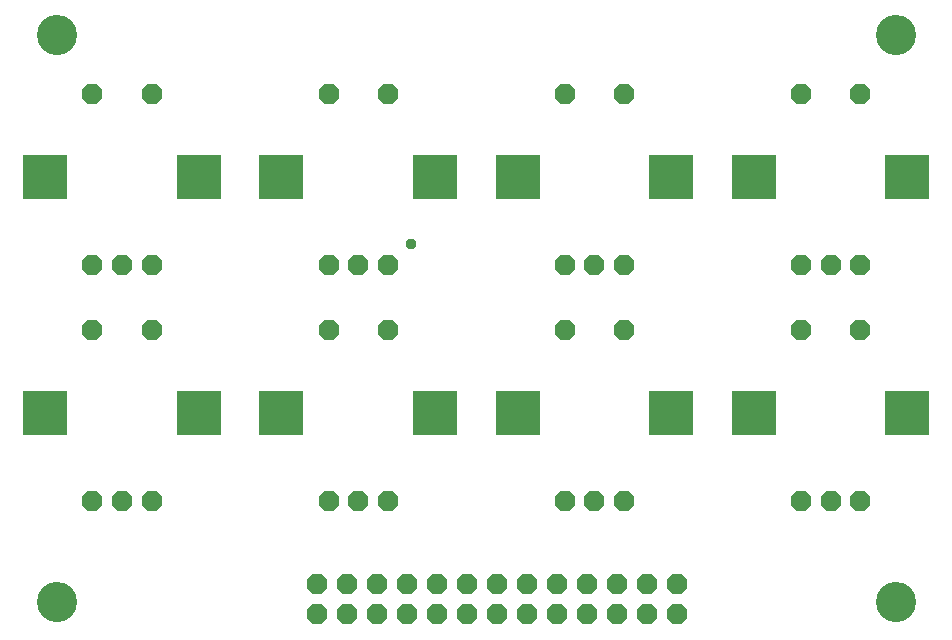
<source format=gbr>
G04 EAGLE Gerber RS-274X export*
G75*
%MOMM*%
%FSLAX34Y34*%
%LPD*%
%INSoldermask Top*%
%IPPOS*%
%AMOC8*
5,1,8,0,0,1.08239X$1,22.5*%
G01*
%ADD10P,1.852186X8X22.500000*%
%ADD11R,3.819200X3.819200*%
%ADD12C,3.403200*%
%ADD13P,1.852186X8X202.500000*%
%ADD14C,0.959600*%


D10*
X670000Y325000D03*
X695000Y325000D03*
X720000Y325000D03*
X720000Y470000D03*
X670000Y470000D03*
D11*
X630000Y400000D03*
X760000Y400000D03*
D10*
X670000Y125000D03*
X695000Y125000D03*
X720000Y125000D03*
X720000Y270000D03*
X670000Y270000D03*
D11*
X630000Y200000D03*
X760000Y200000D03*
D10*
X470000Y325000D03*
X495000Y325000D03*
X520000Y325000D03*
X520000Y470000D03*
X470000Y470000D03*
D11*
X430000Y400000D03*
X560000Y400000D03*
D10*
X470000Y125000D03*
X495000Y125000D03*
X520000Y125000D03*
X520000Y270000D03*
X470000Y270000D03*
D11*
X430000Y200000D03*
X560000Y200000D03*
D10*
X270000Y325000D03*
X295000Y325000D03*
X320000Y325000D03*
X320000Y470000D03*
X270000Y470000D03*
D11*
X230000Y400000D03*
X360000Y400000D03*
D10*
X270000Y125000D03*
X295000Y125000D03*
X320000Y125000D03*
X320000Y270000D03*
X270000Y270000D03*
D11*
X230000Y200000D03*
X360000Y200000D03*
D10*
X70000Y325000D03*
X95000Y325000D03*
X120000Y325000D03*
X120000Y470000D03*
X70000Y470000D03*
D11*
X30000Y400000D03*
X160000Y400000D03*
D10*
X70000Y125000D03*
X95000Y125000D03*
X120000Y125000D03*
X120000Y270000D03*
X70000Y270000D03*
D11*
X30000Y200000D03*
X160000Y200000D03*
D12*
X40000Y40000D03*
X750000Y40000D03*
X40000Y520000D03*
X750000Y520000D03*
D13*
X564900Y55200D03*
X564900Y29800D03*
X539500Y55200D03*
X539500Y29800D03*
X514100Y55200D03*
X514100Y29800D03*
X488700Y55200D03*
X488700Y29800D03*
X463300Y55200D03*
X463300Y29800D03*
X437900Y55200D03*
X437900Y29800D03*
X412500Y55200D03*
X412500Y29800D03*
X387100Y55200D03*
X387100Y29800D03*
X361700Y55200D03*
X361700Y29800D03*
X336300Y55200D03*
X336300Y29800D03*
X310900Y55200D03*
X310900Y29800D03*
X285500Y55200D03*
X285500Y29800D03*
X260100Y55200D03*
X260100Y29800D03*
D14*
X339725Y342900D03*
M02*

</source>
